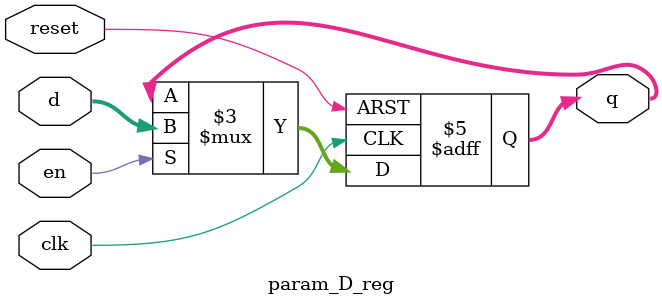
<source format=v>
`timescale 1ns / 1ps

module param_D_reg #(parameter WIDTH = 8) 
    (input clk, reset, en,
     input [WIDTH-1:0] d,
     output reg [WIDTH-1:0] q);
     
always @ (posedge clk, posedge reset)
    if (reset)   q <= 0;
    else if (en) q <= d;
    else         q <= q;            
endmodule
</source>
